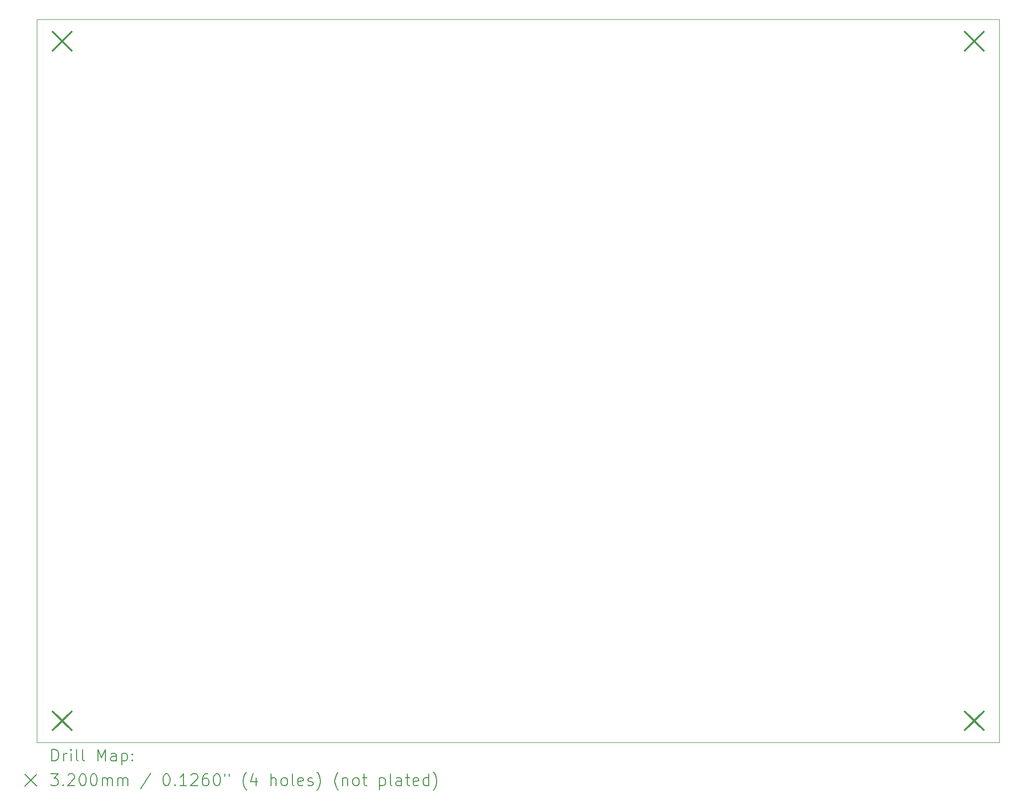
<source format=gbr>
%TF.GenerationSoftware,KiCad,Pcbnew,6.0.10-86aedd382b~118~ubuntu18.04.1*%
%TF.CreationDate,2023-11-20T15:15:39+00:00*%
%TF.ProjectId,micron_plus,6d696372-6f6e-45f7-906c-75732e6b6963,rev?*%
%TF.SameCoordinates,Original*%
%TF.FileFunction,Drillmap*%
%TF.FilePolarity,Positive*%
%FSLAX45Y45*%
G04 Gerber Fmt 4.5, Leading zero omitted, Abs format (unit mm)*
G04 Created by KiCad (PCBNEW 6.0.10-86aedd382b~118~ubuntu18.04.1) date 2023-11-20 15:15:39*
%MOMM*%
%LPD*%
G01*
G04 APERTURE LIST*
%ADD10C,0.100000*%
%ADD11C,0.200000*%
%ADD12C,0.320000*%
G04 APERTURE END LIST*
D10*
X20447000Y-14478000D02*
X4064000Y-14478000D01*
X4064000Y-2159000D02*
X20447000Y-2159000D01*
X4064000Y-14478000D02*
X4064000Y-2159000D01*
X20447000Y-2159000D02*
X20447000Y-14478000D01*
D11*
D12*
X4329000Y-2369000D02*
X4649000Y-2689000D01*
X4649000Y-2369000D02*
X4329000Y-2689000D01*
X4329000Y-13948000D02*
X4649000Y-14268000D01*
X4649000Y-13948000D02*
X4329000Y-14268000D01*
X19862000Y-2369000D02*
X20182000Y-2689000D01*
X20182000Y-2369000D02*
X19862000Y-2689000D01*
X19862000Y-13948000D02*
X20182000Y-14268000D01*
X20182000Y-13948000D02*
X19862000Y-14268000D01*
D11*
X4316619Y-14793476D02*
X4316619Y-14593476D01*
X4364238Y-14593476D01*
X4392810Y-14603000D01*
X4411857Y-14622048D01*
X4421381Y-14641095D01*
X4430905Y-14679190D01*
X4430905Y-14707762D01*
X4421381Y-14745857D01*
X4411857Y-14764905D01*
X4392810Y-14783952D01*
X4364238Y-14793476D01*
X4316619Y-14793476D01*
X4516619Y-14793476D02*
X4516619Y-14660143D01*
X4516619Y-14698238D02*
X4526143Y-14679190D01*
X4535667Y-14669667D01*
X4554714Y-14660143D01*
X4573762Y-14660143D01*
X4640429Y-14793476D02*
X4640429Y-14660143D01*
X4640429Y-14593476D02*
X4630905Y-14603000D01*
X4640429Y-14612524D01*
X4649952Y-14603000D01*
X4640429Y-14593476D01*
X4640429Y-14612524D01*
X4764238Y-14793476D02*
X4745190Y-14783952D01*
X4735667Y-14764905D01*
X4735667Y-14593476D01*
X4869000Y-14793476D02*
X4849952Y-14783952D01*
X4840429Y-14764905D01*
X4840429Y-14593476D01*
X5097571Y-14793476D02*
X5097571Y-14593476D01*
X5164238Y-14736333D01*
X5230905Y-14593476D01*
X5230905Y-14793476D01*
X5411857Y-14793476D02*
X5411857Y-14688714D01*
X5402333Y-14669667D01*
X5383286Y-14660143D01*
X5345190Y-14660143D01*
X5326143Y-14669667D01*
X5411857Y-14783952D02*
X5392810Y-14793476D01*
X5345190Y-14793476D01*
X5326143Y-14783952D01*
X5316619Y-14764905D01*
X5316619Y-14745857D01*
X5326143Y-14726809D01*
X5345190Y-14717286D01*
X5392810Y-14717286D01*
X5411857Y-14707762D01*
X5507095Y-14660143D02*
X5507095Y-14860143D01*
X5507095Y-14669667D02*
X5526143Y-14660143D01*
X5564238Y-14660143D01*
X5583286Y-14669667D01*
X5592809Y-14679190D01*
X5602333Y-14698238D01*
X5602333Y-14755381D01*
X5592809Y-14774428D01*
X5583286Y-14783952D01*
X5564238Y-14793476D01*
X5526143Y-14793476D01*
X5507095Y-14783952D01*
X5688048Y-14774428D02*
X5697571Y-14783952D01*
X5688048Y-14793476D01*
X5678524Y-14783952D01*
X5688048Y-14774428D01*
X5688048Y-14793476D01*
X5688048Y-14669667D02*
X5697571Y-14679190D01*
X5688048Y-14688714D01*
X5678524Y-14679190D01*
X5688048Y-14669667D01*
X5688048Y-14688714D01*
X3859000Y-15023000D02*
X4059000Y-15223000D01*
X4059000Y-15023000D02*
X3859000Y-15223000D01*
X4297571Y-15013476D02*
X4421381Y-15013476D01*
X4354714Y-15089667D01*
X4383286Y-15089667D01*
X4402333Y-15099190D01*
X4411857Y-15108714D01*
X4421381Y-15127762D01*
X4421381Y-15175381D01*
X4411857Y-15194428D01*
X4402333Y-15203952D01*
X4383286Y-15213476D01*
X4326143Y-15213476D01*
X4307095Y-15203952D01*
X4297571Y-15194428D01*
X4507095Y-15194428D02*
X4516619Y-15203952D01*
X4507095Y-15213476D01*
X4497571Y-15203952D01*
X4507095Y-15194428D01*
X4507095Y-15213476D01*
X4592810Y-15032524D02*
X4602333Y-15023000D01*
X4621381Y-15013476D01*
X4669000Y-15013476D01*
X4688048Y-15023000D01*
X4697571Y-15032524D01*
X4707095Y-15051571D01*
X4707095Y-15070619D01*
X4697571Y-15099190D01*
X4583286Y-15213476D01*
X4707095Y-15213476D01*
X4830905Y-15013476D02*
X4849952Y-15013476D01*
X4869000Y-15023000D01*
X4878524Y-15032524D01*
X4888048Y-15051571D01*
X4897571Y-15089667D01*
X4897571Y-15137286D01*
X4888048Y-15175381D01*
X4878524Y-15194428D01*
X4869000Y-15203952D01*
X4849952Y-15213476D01*
X4830905Y-15213476D01*
X4811857Y-15203952D01*
X4802333Y-15194428D01*
X4792810Y-15175381D01*
X4783286Y-15137286D01*
X4783286Y-15089667D01*
X4792810Y-15051571D01*
X4802333Y-15032524D01*
X4811857Y-15023000D01*
X4830905Y-15013476D01*
X5021381Y-15013476D02*
X5040429Y-15013476D01*
X5059476Y-15023000D01*
X5069000Y-15032524D01*
X5078524Y-15051571D01*
X5088048Y-15089667D01*
X5088048Y-15137286D01*
X5078524Y-15175381D01*
X5069000Y-15194428D01*
X5059476Y-15203952D01*
X5040429Y-15213476D01*
X5021381Y-15213476D01*
X5002333Y-15203952D01*
X4992810Y-15194428D01*
X4983286Y-15175381D01*
X4973762Y-15137286D01*
X4973762Y-15089667D01*
X4983286Y-15051571D01*
X4992810Y-15032524D01*
X5002333Y-15023000D01*
X5021381Y-15013476D01*
X5173762Y-15213476D02*
X5173762Y-15080143D01*
X5173762Y-15099190D02*
X5183286Y-15089667D01*
X5202333Y-15080143D01*
X5230905Y-15080143D01*
X5249952Y-15089667D01*
X5259476Y-15108714D01*
X5259476Y-15213476D01*
X5259476Y-15108714D02*
X5269000Y-15089667D01*
X5288048Y-15080143D01*
X5316619Y-15080143D01*
X5335667Y-15089667D01*
X5345190Y-15108714D01*
X5345190Y-15213476D01*
X5440429Y-15213476D02*
X5440429Y-15080143D01*
X5440429Y-15099190D02*
X5449952Y-15089667D01*
X5469000Y-15080143D01*
X5497571Y-15080143D01*
X5516619Y-15089667D01*
X5526143Y-15108714D01*
X5526143Y-15213476D01*
X5526143Y-15108714D02*
X5535667Y-15089667D01*
X5554714Y-15080143D01*
X5583286Y-15080143D01*
X5602333Y-15089667D01*
X5611857Y-15108714D01*
X5611857Y-15213476D01*
X6002333Y-15003952D02*
X5830905Y-15261095D01*
X6259476Y-15013476D02*
X6278524Y-15013476D01*
X6297571Y-15023000D01*
X6307095Y-15032524D01*
X6316619Y-15051571D01*
X6326143Y-15089667D01*
X6326143Y-15137286D01*
X6316619Y-15175381D01*
X6307095Y-15194428D01*
X6297571Y-15203952D01*
X6278524Y-15213476D01*
X6259476Y-15213476D01*
X6240428Y-15203952D01*
X6230905Y-15194428D01*
X6221381Y-15175381D01*
X6211857Y-15137286D01*
X6211857Y-15089667D01*
X6221381Y-15051571D01*
X6230905Y-15032524D01*
X6240428Y-15023000D01*
X6259476Y-15013476D01*
X6411857Y-15194428D02*
X6421381Y-15203952D01*
X6411857Y-15213476D01*
X6402333Y-15203952D01*
X6411857Y-15194428D01*
X6411857Y-15213476D01*
X6611857Y-15213476D02*
X6497571Y-15213476D01*
X6554714Y-15213476D02*
X6554714Y-15013476D01*
X6535667Y-15042048D01*
X6516619Y-15061095D01*
X6497571Y-15070619D01*
X6688048Y-15032524D02*
X6697571Y-15023000D01*
X6716619Y-15013476D01*
X6764238Y-15013476D01*
X6783286Y-15023000D01*
X6792809Y-15032524D01*
X6802333Y-15051571D01*
X6802333Y-15070619D01*
X6792809Y-15099190D01*
X6678524Y-15213476D01*
X6802333Y-15213476D01*
X6973762Y-15013476D02*
X6935667Y-15013476D01*
X6916619Y-15023000D01*
X6907095Y-15032524D01*
X6888048Y-15061095D01*
X6878524Y-15099190D01*
X6878524Y-15175381D01*
X6888048Y-15194428D01*
X6897571Y-15203952D01*
X6916619Y-15213476D01*
X6954714Y-15213476D01*
X6973762Y-15203952D01*
X6983286Y-15194428D01*
X6992809Y-15175381D01*
X6992809Y-15127762D01*
X6983286Y-15108714D01*
X6973762Y-15099190D01*
X6954714Y-15089667D01*
X6916619Y-15089667D01*
X6897571Y-15099190D01*
X6888048Y-15108714D01*
X6878524Y-15127762D01*
X7116619Y-15013476D02*
X7135667Y-15013476D01*
X7154714Y-15023000D01*
X7164238Y-15032524D01*
X7173762Y-15051571D01*
X7183286Y-15089667D01*
X7183286Y-15137286D01*
X7173762Y-15175381D01*
X7164238Y-15194428D01*
X7154714Y-15203952D01*
X7135667Y-15213476D01*
X7116619Y-15213476D01*
X7097571Y-15203952D01*
X7088048Y-15194428D01*
X7078524Y-15175381D01*
X7069000Y-15137286D01*
X7069000Y-15089667D01*
X7078524Y-15051571D01*
X7088048Y-15032524D01*
X7097571Y-15023000D01*
X7116619Y-15013476D01*
X7259476Y-15013476D02*
X7259476Y-15051571D01*
X7335667Y-15013476D02*
X7335667Y-15051571D01*
X7630905Y-15289667D02*
X7621381Y-15280143D01*
X7602333Y-15251571D01*
X7592809Y-15232524D01*
X7583286Y-15203952D01*
X7573762Y-15156333D01*
X7573762Y-15118238D01*
X7583286Y-15070619D01*
X7592809Y-15042048D01*
X7602333Y-15023000D01*
X7621381Y-14994428D01*
X7630905Y-14984905D01*
X7792809Y-15080143D02*
X7792809Y-15213476D01*
X7745190Y-15003952D02*
X7697571Y-15146809D01*
X7821381Y-15146809D01*
X8049952Y-15213476D02*
X8049952Y-15013476D01*
X8135667Y-15213476D02*
X8135667Y-15108714D01*
X8126143Y-15089667D01*
X8107095Y-15080143D01*
X8078524Y-15080143D01*
X8059476Y-15089667D01*
X8049952Y-15099190D01*
X8259476Y-15213476D02*
X8240428Y-15203952D01*
X8230905Y-15194428D01*
X8221381Y-15175381D01*
X8221381Y-15118238D01*
X8230905Y-15099190D01*
X8240428Y-15089667D01*
X8259476Y-15080143D01*
X8288048Y-15080143D01*
X8307095Y-15089667D01*
X8316619Y-15099190D01*
X8326143Y-15118238D01*
X8326143Y-15175381D01*
X8316619Y-15194428D01*
X8307095Y-15203952D01*
X8288048Y-15213476D01*
X8259476Y-15213476D01*
X8440429Y-15213476D02*
X8421381Y-15203952D01*
X8411857Y-15184905D01*
X8411857Y-15013476D01*
X8592810Y-15203952D02*
X8573762Y-15213476D01*
X8535667Y-15213476D01*
X8516619Y-15203952D01*
X8507095Y-15184905D01*
X8507095Y-15108714D01*
X8516619Y-15089667D01*
X8535667Y-15080143D01*
X8573762Y-15080143D01*
X8592810Y-15089667D01*
X8602333Y-15108714D01*
X8602333Y-15127762D01*
X8507095Y-15146809D01*
X8678524Y-15203952D02*
X8697571Y-15213476D01*
X8735667Y-15213476D01*
X8754714Y-15203952D01*
X8764238Y-15184905D01*
X8764238Y-15175381D01*
X8754714Y-15156333D01*
X8735667Y-15146809D01*
X8707095Y-15146809D01*
X8688048Y-15137286D01*
X8678524Y-15118238D01*
X8678524Y-15108714D01*
X8688048Y-15089667D01*
X8707095Y-15080143D01*
X8735667Y-15080143D01*
X8754714Y-15089667D01*
X8830905Y-15289667D02*
X8840429Y-15280143D01*
X8859476Y-15251571D01*
X8869000Y-15232524D01*
X8878524Y-15203952D01*
X8888048Y-15156333D01*
X8888048Y-15118238D01*
X8878524Y-15070619D01*
X8869000Y-15042048D01*
X8859476Y-15023000D01*
X8840429Y-14994428D01*
X8830905Y-14984905D01*
X9192810Y-15289667D02*
X9183286Y-15280143D01*
X9164238Y-15251571D01*
X9154714Y-15232524D01*
X9145190Y-15203952D01*
X9135667Y-15156333D01*
X9135667Y-15118238D01*
X9145190Y-15070619D01*
X9154714Y-15042048D01*
X9164238Y-15023000D01*
X9183286Y-14994428D01*
X9192810Y-14984905D01*
X9269000Y-15080143D02*
X9269000Y-15213476D01*
X9269000Y-15099190D02*
X9278524Y-15089667D01*
X9297571Y-15080143D01*
X9326143Y-15080143D01*
X9345190Y-15089667D01*
X9354714Y-15108714D01*
X9354714Y-15213476D01*
X9478524Y-15213476D02*
X9459476Y-15203952D01*
X9449952Y-15194428D01*
X9440429Y-15175381D01*
X9440429Y-15118238D01*
X9449952Y-15099190D01*
X9459476Y-15089667D01*
X9478524Y-15080143D01*
X9507095Y-15080143D01*
X9526143Y-15089667D01*
X9535667Y-15099190D01*
X9545190Y-15118238D01*
X9545190Y-15175381D01*
X9535667Y-15194428D01*
X9526143Y-15203952D01*
X9507095Y-15213476D01*
X9478524Y-15213476D01*
X9602333Y-15080143D02*
X9678524Y-15080143D01*
X9630905Y-15013476D02*
X9630905Y-15184905D01*
X9640429Y-15203952D01*
X9659476Y-15213476D01*
X9678524Y-15213476D01*
X9897571Y-15080143D02*
X9897571Y-15280143D01*
X9897571Y-15089667D02*
X9916619Y-15080143D01*
X9954714Y-15080143D01*
X9973762Y-15089667D01*
X9983286Y-15099190D01*
X9992810Y-15118238D01*
X9992810Y-15175381D01*
X9983286Y-15194428D01*
X9973762Y-15203952D01*
X9954714Y-15213476D01*
X9916619Y-15213476D01*
X9897571Y-15203952D01*
X10107095Y-15213476D02*
X10088048Y-15203952D01*
X10078524Y-15184905D01*
X10078524Y-15013476D01*
X10269000Y-15213476D02*
X10269000Y-15108714D01*
X10259476Y-15089667D01*
X10240429Y-15080143D01*
X10202333Y-15080143D01*
X10183286Y-15089667D01*
X10269000Y-15203952D02*
X10249952Y-15213476D01*
X10202333Y-15213476D01*
X10183286Y-15203952D01*
X10173762Y-15184905D01*
X10173762Y-15165857D01*
X10183286Y-15146809D01*
X10202333Y-15137286D01*
X10249952Y-15137286D01*
X10269000Y-15127762D01*
X10335667Y-15080143D02*
X10411857Y-15080143D01*
X10364238Y-15013476D02*
X10364238Y-15184905D01*
X10373762Y-15203952D01*
X10392810Y-15213476D01*
X10411857Y-15213476D01*
X10554714Y-15203952D02*
X10535667Y-15213476D01*
X10497571Y-15213476D01*
X10478524Y-15203952D01*
X10469000Y-15184905D01*
X10469000Y-15108714D01*
X10478524Y-15089667D01*
X10497571Y-15080143D01*
X10535667Y-15080143D01*
X10554714Y-15089667D01*
X10564238Y-15108714D01*
X10564238Y-15127762D01*
X10469000Y-15146809D01*
X10735667Y-15213476D02*
X10735667Y-15013476D01*
X10735667Y-15203952D02*
X10716619Y-15213476D01*
X10678524Y-15213476D01*
X10659476Y-15203952D01*
X10649952Y-15194428D01*
X10640429Y-15175381D01*
X10640429Y-15118238D01*
X10649952Y-15099190D01*
X10659476Y-15089667D01*
X10678524Y-15080143D01*
X10716619Y-15080143D01*
X10735667Y-15089667D01*
X10811857Y-15289667D02*
X10821381Y-15280143D01*
X10840429Y-15251571D01*
X10849952Y-15232524D01*
X10859476Y-15203952D01*
X10869000Y-15156333D01*
X10869000Y-15118238D01*
X10859476Y-15070619D01*
X10849952Y-15042048D01*
X10840429Y-15023000D01*
X10821381Y-14994428D01*
X10811857Y-14984905D01*
M02*

</source>
